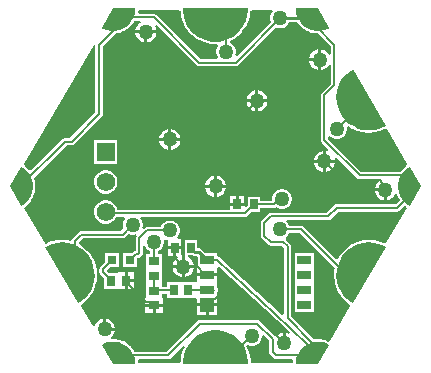
<source format=gbr>
G04*
G04 #@! TF.GenerationSoftware,Altium Limited,Altium Designer,25.8.1 (18)*
G04*
G04 Layer_Physical_Order=1*
G04 Layer_Color=255*
%FSLAX44Y44*%
%MOMM*%
G71*
G04*
G04 #@! TF.SameCoordinates,1A4DDBEB-C1CA-4CE2-9A89-746601BF3F7A*
G04*
G04*
G04 #@! TF.FilePolarity,Positive*
G04*
G01*
G75*
%ADD13C,0.2540*%
%ADD14R,0.8000X0.9500*%
%ADD15R,1.2000X1.2000*%
%ADD16R,0.9500X0.8000*%
%ADD17R,0.6400X0.8900*%
%ADD18R,1.2000X0.8000*%
%ADD19R,0.8000X0.8000*%
G04:AMPARAMS|DCode=20|XSize=1mm|YSize=1mm|CornerRadius=0.5mm|HoleSize=0mm|Usage=FLASHONLY|Rotation=300.000|XOffset=0mm|YOffset=0mm|HoleType=Round|Shape=RoundedRectangle|*
%AMROUNDEDRECTD20*
21,1,1.0000,0.0000,0,0,300.0*
21,1,0.0000,1.0000,0,0,300.0*
1,1,1.0000,0.0000,0.0000*
1,1,1.0000,0.0000,0.0000*
1,1,1.0000,0.0000,0.0000*
1,1,1.0000,0.0000,0.0000*
%
%ADD20ROUNDEDRECTD20*%
G04:AMPARAMS|DCode=21|XSize=1mm|YSize=1mm|CornerRadius=0.5mm|HoleSize=0mm|Usage=FLASHONLY|Rotation=0.000|XOffset=0mm|YOffset=0mm|HoleType=Round|Shape=RoundedRectangle|*
%AMROUNDEDRECTD21*
21,1,1.0000,0.0000,0,0,0.0*
21,1,0.0000,1.0000,0,0,0.0*
1,1,1.0000,0.0000,0.0000*
1,1,1.0000,0.0000,0.0000*
1,1,1.0000,0.0000,0.0000*
1,1,1.0000,0.0000,0.0000*
%
%ADD21ROUNDEDRECTD21*%
G04:AMPARAMS|DCode=22|XSize=1mm|YSize=1mm|CornerRadius=0.5mm|HoleSize=0mm|Usage=FLASHONLY|Rotation=240.000|XOffset=0mm|YOffset=0mm|HoleType=Round|Shape=RoundedRectangle|*
%AMROUNDEDRECTD22*
21,1,1.0000,0.0000,0,0,240.0*
21,1,0.0000,1.0000,0,0,240.0*
1,1,1.0000,0.0000,0.0000*
1,1,1.0000,0.0000,0.0000*
1,1,1.0000,0.0000,0.0000*
1,1,1.0000,0.0000,0.0000*
%
%ADD22ROUNDEDRECTD22*%
%ADD29C,1.5700*%
%ADD30R,1.5700X1.5700*%
%ADD31C,0.2032*%
%ADD32C,1.2700*%
G36*
X86890Y150530D02*
X96320Y134242D01*
X94901Y133371D01*
X91798Y132162D01*
X88529Y131525D01*
X85200Y131480D01*
X81915Y132029D01*
X78781Y133154D01*
X75897Y134819D01*
X73355Y136971D01*
X71238Y139541D01*
X69612Y142448D01*
X68529Y145597D01*
X68025Y148888D01*
X68069Y150553D01*
Y150553D01*
X86890Y150530D01*
D02*
G37*
G36*
X-68025Y148888D02*
X-68529Y145597D01*
X-69612Y142448D01*
X-71238Y139541D01*
X-73355Y136971D01*
X-75897Y134819D01*
X-78781Y133154D01*
X-81915Y132029D01*
X-85200Y131480D01*
X-88529Y131525D01*
X-91798Y132162D01*
X-94901Y133371D01*
X-96320Y134242D01*
Y134242D01*
X-86890Y150530D01*
X-68069Y150553D01*
X-68025Y148888D01*
D02*
G37*
G36*
X27480Y150538D02*
X27520Y148348D01*
X26904Y144010D01*
X25609Y139824D01*
X23669Y135896D01*
X21131Y132324D01*
X18060Y129199D01*
X14534Y126599D01*
X10640Y124590D01*
X6478Y123222D01*
X2152Y122530D01*
X-2230Y122532D01*
X-6556Y123226D01*
X-10717Y124597D01*
X-14609Y126608D01*
X-18134Y129210D01*
X-21203Y132337D01*
X-23738Y135911D01*
X-25676Y139840D01*
X-26968Y144027D01*
X-27581Y148365D01*
X-27541Y150555D01*
X-27541Y150555D01*
X27480Y150538D01*
D02*
G37*
G36*
X-63442Y138469D02*
X-64387Y137924D01*
X-66042Y136269D01*
X-67212Y134241D01*
X-67791Y132080D01*
X-50065D01*
X-50644Y134241D01*
X-51543Y135798D01*
X-50323Y136734D01*
X-16040Y102451D01*
X-15031Y101777D01*
X-13842Y101540D01*
X17018D01*
X18207Y101777D01*
X19216Y102451D01*
X51260Y134495D01*
X51375Y134429D01*
X53506Y133858D01*
X55714D01*
X57845Y134429D01*
X59757Y135533D01*
X61317Y137093D01*
X62345Y138873D01*
X69237D01*
X69430Y138530D01*
X69550Y138388D01*
X69639Y138224D01*
X71756Y135654D01*
X71901Y135536D01*
X72016Y135390D01*
X74558Y133238D01*
X74721Y133148D01*
X74861Y133025D01*
X77745Y131360D01*
X77921Y131300D01*
X78081Y131204D01*
X81215Y130079D01*
X81399Y130052D01*
X81573Y129986D01*
X84858Y129437D01*
X85044Y129443D01*
X85227Y129409D01*
X86649Y129428D01*
X97476Y118601D01*
Y111842D01*
X95952Y111433D01*
X95252Y112647D01*
X93597Y114302D01*
X91569Y115472D01*
X89408Y116051D01*
Y107188D01*
Y98325D01*
X91569Y98904D01*
X93597Y100074D01*
X95252Y101729D01*
X95952Y102943D01*
X97476Y102534D01*
Y86685D01*
X90005Y79214D01*
X89331Y78205D01*
X89094Y77016D01*
Y39116D01*
X89331Y37927D01*
X90005Y36918D01*
X95806Y31117D01*
X95759Y30829D01*
X94029Y29714D01*
X93472Y29864D01*
Y22270D01*
X101065D01*
X100916Y22827D01*
X102030Y24557D01*
X102318Y24605D01*
X119977Y6946D01*
X120985Y6273D01*
X122174Y6036D01*
X138670D01*
X139079Y4512D01*
X138305Y4066D01*
X136650Y2411D01*
X135480Y383D01*
X134901Y-1778D01*
X143764D01*
Y-3048D01*
X145034D01*
Y-11911D01*
X147195Y-11332D01*
X149223Y-10162D01*
X150878Y-8507D01*
X152021Y-6526D01*
X152214Y-6479D01*
X153628Y-6472D01*
X154494Y-8787D01*
X154592Y-8945D01*
X154655Y-9121D01*
X156103Y-11554D01*
X152477Y-15180D01*
X102616D01*
X101427Y-15417D01*
X100419Y-16091D01*
X94217Y-22292D01*
X46990D01*
X45801Y-22529D01*
X44792Y-23203D01*
X39204Y-28791D01*
X38531Y-29799D01*
X38294Y-30988D01*
Y-41910D01*
X38531Y-43099D01*
X39204Y-44107D01*
X44538Y-49441D01*
X45547Y-50115D01*
X46736Y-50352D01*
X56117D01*
X57852Y-52087D01*
Y-108452D01*
X56456Y-109064D01*
X3240Y-59946D01*
X2774Y-59662D01*
X2321Y-59359D01*
X2259Y-59347D01*
X2206Y-59314D01*
X1667Y-59229D01*
X1132Y-59122D01*
X1128D01*
Y-56198D01*
X-8711D01*
X-11983Y-52926D01*
X-13075Y-52196D01*
X-14364Y-51940D01*
X-15488D01*
Y-45390D01*
X-25952D01*
Y-57721D01*
X-26110Y-58465D01*
X-26162Y-58501D01*
Y-66802D01*
X-18569D01*
X-19148Y-64641D01*
X-20318Y-62613D01*
X-21973Y-60958D01*
X-22607Y-60592D01*
X-23094Y-58557D01*
X-22963Y-58354D01*
X-19918D01*
X-19824Y-58417D01*
X-18536Y-58673D01*
X-16120D01*
X-14936Y-59856D01*
Y-67077D01*
X-15444Y-68390D01*
X-15444Y-69576D01*
Y-73660D01*
X-6904D01*
X1636D01*
X1636Y-68998D01*
X3120Y-68294D01*
X61139Y-121844D01*
X62771Y-123475D01*
X61835Y-124695D01*
X61597Y-124558D01*
X59436Y-123979D01*
Y-132842D01*
X56896D01*
Y-123979D01*
X54735Y-124558D01*
X52707Y-125728D01*
X51913Y-126523D01*
X50588Y-127038D01*
X49878Y-126509D01*
X37503Y-114135D01*
X36495Y-113461D01*
X35306Y-113224D01*
X-13208D01*
X-14397Y-113461D01*
X-15405Y-114135D01*
X-41265Y-139993D01*
X-68611D01*
X-69430Y-138530D01*
X-69550Y-138388D01*
X-69639Y-138224D01*
X-71756Y-135654D01*
X-71901Y-135536D01*
X-72016Y-135390D01*
X-74558Y-133238D01*
X-74721Y-133148D01*
X-74861Y-133025D01*
X-77745Y-131360D01*
X-77921Y-131300D01*
X-78081Y-131204D01*
X-81215Y-130079D01*
X-81399Y-130052D01*
X-81573Y-129986D01*
X-84858Y-129437D01*
X-85044Y-129443D01*
X-85227Y-129409D01*
X-87946Y-129445D01*
X-88397Y-128326D01*
X-88432Y-127928D01*
X-86866Y-126363D01*
X-85696Y-124335D01*
X-85117Y-122174D01*
X-93980D01*
Y-120904D01*
X-95250D01*
Y-112041D01*
X-97411Y-112620D01*
X-99439Y-113790D01*
X-101094Y-115445D01*
X-102264Y-117473D01*
X-102495Y-118335D01*
X-104131Y-118550D01*
X-114086Y-101307D01*
X-113772Y-100178D01*
X-113392Y-99651D01*
X-109942Y-96951D01*
X-109834Y-96825D01*
X-109700Y-96728D01*
X-106720Y-93516D01*
X-106633Y-93375D01*
X-106516Y-93258D01*
X-104082Y-89615D01*
X-104019Y-89462D01*
X-103922Y-89328D01*
X-102095Y-85345D01*
X-102057Y-85184D01*
X-101982Y-85037D01*
X-100808Y-80815D01*
X-100796Y-80650D01*
X-100746Y-80493D01*
X-100255Y-76139D01*
X-100268Y-75974D01*
X-100244Y-75810D01*
X-100448Y-71434D01*
X-100488Y-71273D01*
X-100489Y-71107D01*
X-101383Y-66818D01*
X-101448Y-66666D01*
X-101476Y-66503D01*
X-103037Y-62409D01*
X-103125Y-62269D01*
X-103178Y-62112D01*
X-105368Y-58317D01*
X-105477Y-58192D01*
X-105554Y-58046D01*
X-108316Y-54645D01*
X-108444Y-54539D01*
X-108544Y-54407D01*
X-111809Y-51486D01*
X-111952Y-51402D01*
X-112071Y-51287D01*
X-115647Y-48991D01*
X-115741Y-47492D01*
X-112251Y-44002D01*
X-78740D01*
X-77551Y-43765D01*
X-76543Y-43092D01*
X-73776Y-40325D01*
X-73339Y-40577D01*
X-71207Y-41148D01*
X-69001D01*
X-67659Y-40788D01*
X-66956Y-41688D01*
X-66807Y-42138D01*
X-67387Y-43007D01*
X-67624Y-44196D01*
Y-54507D01*
X-68594Y-54700D01*
X-69602Y-55373D01*
X-70886Y-56657D01*
X-78555D01*
Y-68721D01*
X-66491D01*
Y-61052D01*
X-66118Y-60679D01*
X-65953D01*
X-64764Y-60442D01*
X-63755Y-59768D01*
X-62319Y-58331D01*
X-61645Y-57323D01*
X-61408Y-56134D01*
Y-50413D01*
X-59884Y-50212D01*
X-59881Y-50225D01*
X-58777Y-52137D01*
X-57217Y-53697D01*
X-55305Y-54801D01*
X-55178Y-54835D01*
Y-57134D01*
X-58852D01*
Y-68110D01*
X-58852Y-69198D01*
X-58852Y-70722D01*
Y-81698D01*
X-58852D01*
Y-82206D01*
X-58852D01*
Y-94198D01*
X-59360D01*
Y-99468D01*
X-52070D01*
X-44780D01*
Y-94198D01*
X-45288D01*
Y-91246D01*
X-41492D01*
Y-94920D01*
X-30516D01*
X-29428Y-94920D01*
X-27904Y-94920D01*
X-16928D01*
Y-94920D01*
X-15444Y-95017D01*
Y-99060D01*
X-6904D01*
X1636D01*
Y-91790D01*
X1128D01*
Y-90030D01*
X1330Y-89828D01*
X2003Y-88819D01*
X2240Y-87630D01*
X2003Y-86441D01*
X1330Y-85433D01*
X1128Y-85298D01*
Y-82784D01*
X1636Y-81470D01*
X1636Y-80285D01*
Y-76200D01*
X-6904D01*
X-15444D01*
X-15444Y-81259D01*
X-16928Y-81356D01*
X-16968Y-81356D01*
X-27904D01*
X-28992Y-81356D01*
X-30516Y-81356D01*
X-41492D01*
Y-85030D01*
X-45288D01*
Y-82206D01*
X-45288D01*
Y-81698D01*
X-45288D01*
Y-70722D01*
X-45288Y-69634D01*
X-45288Y-68110D01*
Y-57134D01*
X-48962D01*
Y-54835D01*
X-48835Y-54801D01*
X-46923Y-53697D01*
X-45363Y-52137D01*
X-44259Y-50225D01*
X-43688Y-48094D01*
Y-45887D01*
X-43734Y-45715D01*
X-42425Y-44710D01*
X-41589Y-45193D01*
X-40460Y-45496D01*
Y-50602D01*
X-34720D01*
X-28980D01*
Y-44882D01*
X-31845D01*
X-32476Y-43358D01*
X-31647Y-42529D01*
X-30543Y-40617D01*
X-29972Y-38486D01*
Y-36279D01*
X-30543Y-34147D01*
X-31647Y-32236D01*
X-33207Y-30675D01*
X-35119Y-29571D01*
X-37250Y-29000D01*
X-39457D01*
X-41589Y-29571D01*
X-43501Y-30675D01*
X-45061Y-32236D01*
X-46165Y-34147D01*
X-46199Y-34274D01*
X-57702D01*
X-58892Y-34511D01*
X-59900Y-35185D01*
X-60715Y-36000D01*
X-62081Y-35211D01*
X-61722Y-33870D01*
Y-31662D01*
X-62293Y-29531D01*
X-63397Y-27619D01*
X-63524Y-27492D01*
X-62893Y-25968D01*
X24780D01*
X25970Y-25731D01*
X26978Y-25057D01*
X30313Y-21722D01*
X37632D01*
Y-18348D01*
X49183D01*
X50372Y-18111D01*
X51182Y-17570D01*
X51241Y-17629D01*
X53153Y-18733D01*
X55285Y-19304D01*
X57491D01*
X59623Y-18733D01*
X61535Y-17629D01*
X63095Y-16069D01*
X64199Y-14157D01*
X64770Y-12026D01*
Y-9819D01*
X64199Y-7687D01*
X63095Y-5775D01*
X61535Y-4215D01*
X59623Y-3111D01*
X57491Y-2540D01*
X55285D01*
X53153Y-3111D01*
X51241Y-4215D01*
X49681Y-5775D01*
X48577Y-7687D01*
X48006Y-9819D01*
Y-12022D01*
X47896Y-12132D01*
X37632D01*
Y-8758D01*
X27168D01*
Y-16077D01*
X25548Y-17697D01*
X24140Y-17114D01*
Y-16510D01*
X18400D01*
X12660D01*
Y-19752D01*
X-83294D01*
X-83795Y-17883D01*
X-85096Y-15630D01*
X-86936Y-13790D01*
X-89189Y-12489D01*
X-91702Y-11816D01*
X-94304D01*
X-96818Y-12489D01*
X-99071Y-13790D01*
X-100911Y-15630D01*
X-102212Y-17883D01*
X-102885Y-20397D01*
Y-22999D01*
X-102212Y-25512D01*
X-100911Y-27766D01*
X-99071Y-29605D01*
X-96818Y-30906D01*
X-94304Y-31580D01*
X-91702D01*
X-89189Y-30906D01*
X-86936Y-29605D01*
X-85096Y-27766D01*
X-84058Y-25968D01*
X-77315D01*
X-76684Y-27492D01*
X-76811Y-27619D01*
X-77915Y-29531D01*
X-78486Y-31662D01*
Y-33870D01*
X-77984Y-35743D01*
X-80027Y-37786D01*
X-113538D01*
X-114727Y-38023D01*
X-115736Y-38696D01*
X-121069Y-44030D01*
X-121743Y-45039D01*
X-123439Y-46111D01*
X-124615Y-45806D01*
X-124781Y-45797D01*
X-124939Y-45750D01*
X-129301Y-45338D01*
X-129466Y-45355D01*
X-129630Y-45333D01*
X-134002Y-45617D01*
X-134162Y-45659D01*
X-134327Y-45664D01*
X-138600Y-46636D01*
X-138751Y-46703D01*
X-138913Y-46734D01*
X-142978Y-48370D01*
X-143600Y-48455D01*
X-144775Y-48151D01*
X-161816Y-18635D01*
X-161627Y-17134D01*
X-159029Y-15051D01*
X-158909Y-14908D01*
X-158762Y-14794D01*
X-156576Y-12282D01*
X-156483Y-12121D01*
X-156358Y-11982D01*
X-154655Y-9121D01*
X-154592Y-8945D01*
X-154494Y-8787D01*
X-153327Y-5668D01*
X-153297Y-5484D01*
X-153229Y-5311D01*
X-152636Y-2034D01*
X-152639Y-1848D01*
X-152603Y-1665D01*
Y1665D01*
X-152639Y1848D01*
X-152636Y2034D01*
X-153229Y5311D01*
X-153297Y5484D01*
X-153327Y5668D01*
X-153820Y6984D01*
X-126066Y34738D01*
X-121920D01*
X-120731Y34975D01*
X-119722Y35649D01*
X-96355Y59016D01*
X-95681Y60025D01*
X-95444Y61214D01*
Y118601D01*
X-84558Y129487D01*
X-81573Y129986D01*
X-81399Y130052D01*
X-81215Y130079D01*
X-78081Y131204D01*
X-77921Y131300D01*
X-77745Y131360D01*
X-74861Y133025D01*
X-74721Y133148D01*
X-74558Y133238D01*
X-72016Y135390D01*
X-71900Y135536D01*
X-71756Y135654D01*
X-69639Y138224D01*
X-69551Y138388D01*
X-69430Y138530D01*
X-68611Y139993D01*
X-63850D01*
X-63442Y138469D01*
D02*
G37*
G36*
X48450Y147934D02*
X47903Y147387D01*
X46799Y145475D01*
X46228Y143343D01*
Y141137D01*
X46799Y139005D01*
X46865Y138890D01*
X18016Y110041D01*
X16701Y110811D01*
X17272Y112942D01*
Y115149D01*
X16701Y117281D01*
X15597Y119193D01*
X14037Y120753D01*
X12626Y121568D01*
X12526Y123054D01*
X12598Y123269D01*
X15484Y124758D01*
X15613Y124861D01*
X15763Y124931D01*
X19290Y127531D01*
X19402Y127654D01*
X19538Y127747D01*
X22609Y130872D01*
X22700Y131011D01*
X22820Y131124D01*
X25358Y134696D01*
X25426Y134847D01*
X25526Y134978D01*
X27467Y138906D01*
X27510Y139066D01*
X27589Y139212D01*
X28883Y143398D01*
X28900Y143562D01*
X28955Y143719D01*
X29571Y148056D01*
X29902Y148702D01*
X30645Y149458D01*
X47819D01*
X48450Y147934D01*
D02*
G37*
G36*
X-30033Y148790D02*
X-29633Y148075D01*
X-29020Y143737D01*
X-28965Y143581D01*
X-28948Y143416D01*
X-27656Y139229D01*
X-27577Y139083D01*
X-27534Y138924D01*
X-25596Y134994D01*
X-25496Y134863D01*
X-25428Y134712D01*
X-22893Y131138D01*
X-22773Y131025D01*
X-22682Y130886D01*
X-19613Y127759D01*
X-19476Y127666D01*
X-19365Y127543D01*
X-15840Y124941D01*
X-15690Y124871D01*
X-15561Y124768D01*
X-11668Y122756D01*
X-11509Y122710D01*
X-11365Y122629D01*
X-7204Y121258D01*
X-7039Y121238D01*
X-6884Y121181D01*
X-2558Y120486D01*
X-2393Y120492D01*
X-2230Y120460D01*
X1294Y120459D01*
X1729Y119839D01*
X2034Y118934D01*
X1079Y117281D01*
X508Y115149D01*
Y112942D01*
X1079Y110811D01*
X1963Y109280D01*
X1360Y107756D01*
X-12555D01*
X-50098Y145298D01*
X-51106Y145972D01*
X-52295Y146209D01*
X-64867D01*
X-65924Y147420D01*
X-65753Y148736D01*
X-64756Y149458D01*
X-30688D01*
X-30033Y148790D01*
D02*
G37*
G36*
X144082Y51421D02*
X142205Y50292D01*
X138140Y48656D01*
X133868Y47684D01*
X129496Y47400D01*
X125134Y47812D01*
X120892Y48909D01*
X116877Y50663D01*
X113190Y53031D01*
X109925Y55951D01*
X107162Y59352D01*
X104973Y63147D01*
X103411Y67241D01*
X102517Y71530D01*
X102313Y75907D01*
X102804Y80260D01*
X103978Y84482D01*
X105805Y88464D01*
X108239Y92107D01*
X111219Y95319D01*
X114669Y98019D01*
X116586Y99079D01*
X116586D01*
X144082Y51421D01*
D02*
G37*
G36*
X115758Y48920D02*
X115912Y48859D01*
X116048Y48765D01*
X120062Y47011D01*
X120224Y46975D01*
X120373Y46903D01*
X124615Y45806D01*
X124780Y45797D01*
X124939Y45750D01*
X129301Y45338D01*
X129466Y45355D01*
X129630Y45333D01*
X134002Y45617D01*
X134162Y45659D01*
X134327Y45664D01*
X138600Y46636D01*
X138751Y46703D01*
X138913Y46734D01*
X142978Y48370D01*
X143601Y48454D01*
X144775Y48151D01*
X161816Y18635D01*
X161627Y17134D01*
X159029Y15051D01*
X158909Y14908D01*
X158762Y14794D01*
X156575Y12282D01*
X156507Y12162D01*
X156055Y12252D01*
X123461D01*
X95310Y40403D01*
Y42065D01*
X96834Y42696D01*
X97723Y41807D01*
X99635Y40703D01*
X101767Y40132D01*
X103974D01*
X106105Y40703D01*
X108017Y41807D01*
X109577Y43367D01*
X110681Y45279D01*
X111252Y47410D01*
Y49618D01*
X111116Y50126D01*
X111217Y50280D01*
X111276Y50350D01*
X112447Y51046D01*
X115758Y48920D01*
D02*
G37*
G36*
X-101766Y119898D02*
X-101660Y119782D01*
Y62501D01*
X-123207Y40954D01*
X-127353D01*
X-128542Y40717D01*
X-129551Y40044D01*
X-156128Y13466D01*
X-157651Y13519D01*
X-158762Y14794D01*
X-158909Y14908D01*
X-159029Y15051D01*
X-161627Y17134D01*
X-161816Y18635D01*
X-103307Y119977D01*
X-101766Y119898D01*
D02*
G37*
G36*
X173778Y0D02*
X164387Y-16311D01*
X162923Y-15517D01*
X160324Y-13434D01*
X158138Y-10922D01*
X156435Y-8061D01*
X155268Y-4942D01*
X154675Y-1665D01*
Y1665D01*
X155268Y4942D01*
X156435Y8061D01*
X158138Y10922D01*
X160324Y13434D01*
X162923Y15517D01*
X164387Y16310D01*
X164387D01*
X173778Y0D01*
D02*
G37*
G36*
X-162923Y15517D02*
X-160324Y13434D01*
X-158139Y10922D01*
X-156435Y8061D01*
X-155268Y4942D01*
X-154675Y1665D01*
Y-1665D01*
X-155268Y-4942D01*
X-156435Y-8061D01*
X-158139Y-10922D01*
X-160324Y-13434D01*
X-162923Y-15517D01*
X-164387Y-16311D01*
Y-16310D01*
X-173778Y0D01*
X-164387Y16310D01*
X-162923Y15517D01*
D02*
G37*
G36*
X161627Y-17134D02*
X161816Y-18635D01*
X144744Y-48204D01*
X143872Y-48429D01*
X143025Y-48425D01*
X138961Y-46787D01*
X138799Y-46757D01*
X138648Y-46689D01*
X134376Y-45714D01*
X134211Y-45710D01*
X134051Y-45667D01*
X129679Y-45381D01*
X129514Y-45402D01*
X129350Y-45385D01*
X124987Y-45794D01*
X124829Y-45842D01*
X124664Y-45851D01*
X120421Y-46945D01*
X120272Y-47017D01*
X120110Y-47052D01*
X116094Y-48804D01*
X115958Y-48898D01*
X115804Y-48959D01*
X112116Y-51324D01*
X111997Y-51439D01*
X111854Y-51523D01*
X108587Y-54441D01*
X108487Y-54574D01*
X108359Y-54679D01*
X105595Y-58078D01*
X105518Y-58225D01*
X105408Y-58349D01*
X103689Y-61325D01*
X101912Y-61643D01*
X101848Y-61618D01*
X101805Y-61596D01*
X74587Y-34378D01*
X73579Y-33705D01*
X72390Y-33468D01*
X62455D01*
X62421Y-33341D01*
X61317Y-31429D01*
X59920Y-30032D01*
X60024Y-29342D01*
X60447Y-28508D01*
X95504D01*
X96693Y-28271D01*
X97702Y-27597D01*
X103903Y-21396D01*
X152714D01*
X153590Y-21570D01*
X154780Y-21333D01*
X155788Y-20660D01*
X160343Y-16105D01*
X161627Y-17134D01*
D02*
G37*
G36*
X-125134Y-47812D02*
X-120892Y-48909D01*
X-116877Y-50663D01*
X-113190Y-53031D01*
X-109925Y-55951D01*
X-107162Y-59352D01*
X-104973Y-63147D01*
X-103411Y-67241D01*
X-102517Y-71530D01*
X-102313Y-75907D01*
X-102804Y-80260D01*
X-103978Y-84482D01*
X-105805Y-88464D01*
X-108239Y-92107D01*
X-111219Y-95319D01*
X-114669Y-98019D01*
X-116586Y-99079D01*
Y-99079D01*
X-144082Y-51421D01*
X-142205Y-50292D01*
X-138140Y-48656D01*
X-133868Y-47684D01*
X-129496Y-47401D01*
X-125134Y-47812D01*
D02*
G37*
G36*
X133915Y-47734D02*
X138187Y-48709D01*
X142250Y-50347D01*
X144127Y-51477D01*
X116601Y-99118D01*
X114685Y-98057D01*
X111236Y-95355D01*
X108258Y-92141D01*
X105827Y-88497D01*
X104002Y-84513D01*
X102831Y-80291D01*
X102343Y-75937D01*
X102550Y-71561D01*
X103446Y-67272D01*
X105010Y-63179D01*
X107202Y-59386D01*
X109967Y-55987D01*
X113234Y-53068D01*
X116922Y-50703D01*
X120938Y-48951D01*
X125181Y-47857D01*
X129543Y-47448D01*
X133915Y-47734D01*
D02*
G37*
G36*
X100873Y-69454D02*
X100522Y-71137D01*
X100520Y-71302D01*
X100480Y-71463D01*
X100273Y-75839D01*
X100298Y-76003D01*
X100284Y-76168D01*
X100772Y-80522D01*
X100822Y-80680D01*
X100835Y-80845D01*
X102006Y-85067D01*
X102080Y-85215D01*
X102119Y-85376D01*
X103943Y-89359D01*
X104040Y-89493D01*
X104103Y-89646D01*
X106535Y-93291D01*
X106652Y-93408D01*
X106739Y-93549D01*
X109716Y-96763D01*
X109850Y-96860D01*
X109958Y-96986D01*
X113407Y-99688D01*
X113806Y-100318D01*
X114082Y-101313D01*
X97036Y-130838D01*
X95653Y-131441D01*
X92550Y-130232D01*
X92367Y-130199D01*
X92194Y-130129D01*
X88926Y-129492D01*
X88740Y-129493D01*
X88557Y-129454D01*
X85227Y-129409D01*
X85044Y-129443D01*
X84858Y-129437D01*
X83511Y-129662D01*
X64068Y-110219D01*
Y-50800D01*
X63831Y-49611D01*
X63158Y-48602D01*
X59656Y-45101D01*
X59602Y-45035D01*
X59729Y-43299D01*
X59757Y-43283D01*
X61317Y-41723D01*
X62421Y-39811D01*
X62455Y-39684D01*
X71103D01*
X100873Y-69454D01*
D02*
G37*
G36*
X45152Y-130573D02*
Y-140208D01*
X45389Y-141397D01*
X46062Y-142406D01*
X48956Y-145299D01*
X49964Y-145972D01*
X51153Y-146209D01*
X64866D01*
X65923Y-147421D01*
X65753Y-148736D01*
X64757Y-149458D01*
X30712D01*
X29644Y-148371D01*
X29653Y-147923D01*
X29623Y-147760D01*
X29633Y-147595D01*
X29020Y-143257D01*
X28965Y-143100D01*
X28948Y-142936D01*
X27656Y-138749D01*
X27577Y-138603D01*
X27534Y-138444D01*
X25928Y-135185D01*
X26994Y-134119D01*
X27753Y-134557D01*
X29885Y-135128D01*
X32092D01*
X34223Y-134557D01*
X36135Y-133453D01*
X37695Y-131893D01*
X38799Y-129981D01*
X39370Y-127850D01*
Y-126946D01*
X40894Y-126315D01*
X45152Y-130573D01*
D02*
G37*
G36*
X-26212Y-135886D02*
X-27467Y-138426D01*
X-27510Y-138586D01*
X-27589Y-138732D01*
X-28883Y-142918D01*
X-28900Y-143082D01*
X-28955Y-143239D01*
X-29571Y-147576D01*
X-29562Y-147742D01*
X-29591Y-147905D01*
X-29583Y-148371D01*
X-30651Y-149458D01*
X-64757D01*
X-65753Y-148736D01*
X-65923Y-147421D01*
X-64866Y-146209D01*
X-39977D01*
X-38788Y-145972D01*
X-37780Y-145299D01*
X-27467Y-134986D01*
X-26212Y-135886D01*
D02*
G37*
G36*
X2230Y-122052D02*
X6556Y-122746D01*
X10717Y-124117D01*
X14609Y-126128D01*
X18134Y-128730D01*
X21203Y-131857D01*
X23738Y-135431D01*
X25676Y-139360D01*
X26968Y-143547D01*
X27581Y-147885D01*
X27541Y-150075D01*
X-27480Y-150058D01*
X-27520Y-147868D01*
X-26904Y-143530D01*
X-25609Y-139344D01*
X-23669Y-135416D01*
X-21131Y-131844D01*
X-18061Y-128719D01*
X-14534Y-126119D01*
X-10640Y-124110D01*
X-6478Y-122742D01*
X-2152Y-122050D01*
X2230Y-122052D01*
D02*
G37*
G36*
X88529Y-131525D02*
X91798Y-132162D01*
X94901Y-133371D01*
X96320Y-134242D01*
X86890Y-150530D01*
X68069Y-150553D01*
X68025Y-148889D01*
X68529Y-145597D01*
X69612Y-142448D01*
X71238Y-139541D01*
X73355Y-136971D01*
X75897Y-134819D01*
X78781Y-133154D01*
X81915Y-132029D01*
X85200Y-131481D01*
X88529Y-131525D01*
D02*
G37*
G36*
X-81915Y-132029D02*
X-78781Y-133154D01*
X-75897Y-134819D01*
X-73355Y-136971D01*
X-71238Y-139541D01*
X-69612Y-142448D01*
X-68529Y-145597D01*
X-68025Y-148889D01*
X-68069Y-150553D01*
X-86890Y-150530D01*
X-96320Y-134242D01*
X-94901Y-133371D01*
X-91798Y-132162D01*
X-88529Y-131525D01*
X-85200Y-131481D01*
X-81915Y-132029D01*
D02*
G37*
%LPC*%
G36*
X-50065Y129540D02*
X-57658D01*
Y121947D01*
X-55497Y122526D01*
X-53469Y123696D01*
X-51814Y125351D01*
X-50644Y127379D01*
X-50065Y129540D01*
D02*
G37*
G36*
X-60198D02*
X-67791D01*
X-67212Y127379D01*
X-66042Y125351D01*
X-64387Y123696D01*
X-62359Y122526D01*
X-60198Y121947D01*
Y129540D01*
D02*
G37*
G36*
X86868Y116051D02*
X84707Y115472D01*
X82679Y114302D01*
X81024Y112647D01*
X79854Y110619D01*
X79275Y108458D01*
X86868D01*
Y116051D01*
D02*
G37*
G36*
Y105918D02*
X79275D01*
X79854Y103757D01*
X81024Y101729D01*
X82679Y100074D01*
X84707Y98904D01*
X86868Y98325D01*
Y105918D01*
D02*
G37*
G36*
X36390Y81297D02*
Y73704D01*
X43983D01*
X43404Y75866D01*
X42234Y77893D01*
X40578Y79548D01*
X38551Y80718D01*
X36390Y81297D01*
D02*
G37*
G36*
X33850D02*
X31688Y80718D01*
X29661Y79548D01*
X28006Y77893D01*
X26836Y75866D01*
X26257Y73704D01*
X33850D01*
Y81297D01*
D02*
G37*
G36*
X43983Y71164D02*
X36390D01*
Y63571D01*
X38551Y64150D01*
X40578Y65320D01*
X42234Y66975D01*
X43404Y69003D01*
X43983Y71164D01*
D02*
G37*
G36*
X33850D02*
X26257D01*
X26836Y69003D01*
X28006Y66975D01*
X29661Y65320D01*
X31688Y64150D01*
X33850Y63571D01*
Y71164D01*
D02*
G37*
G36*
X-37338Y48487D02*
Y40894D01*
X-29745D01*
X-30324Y43055D01*
X-31494Y45083D01*
X-33149Y46738D01*
X-35177Y47908D01*
X-37338Y48487D01*
D02*
G37*
G36*
X-39878D02*
X-42039Y47908D01*
X-44067Y46738D01*
X-45722Y45083D01*
X-46892Y43055D01*
X-47471Y40894D01*
X-39878D01*
Y48487D01*
D02*
G37*
G36*
X-29745Y38354D02*
X-37338D01*
Y30761D01*
X-35177Y31340D01*
X-33149Y32510D01*
X-31494Y34165D01*
X-30324Y36193D01*
X-29745Y38354D01*
D02*
G37*
G36*
X-39878D02*
X-47471D01*
X-46892Y36193D01*
X-45722Y34165D01*
X-44067Y32510D01*
X-42039Y31340D01*
X-39878Y30761D01*
Y38354D01*
D02*
G37*
G36*
X90932Y29864D02*
X88771Y29284D01*
X86743Y28114D01*
X85088Y26459D01*
X83918Y24432D01*
X83339Y22270D01*
X90932D01*
Y29864D01*
D02*
G37*
G36*
X-83121Y38984D02*
X-102885D01*
Y19220D01*
X-83121D01*
Y38984D01*
D02*
G37*
G36*
X101065Y19730D02*
X93472D01*
Y12137D01*
X95633Y12716D01*
X97661Y13886D01*
X99316Y15542D01*
X100486Y17569D01*
X101065Y19730D01*
D02*
G37*
G36*
X90932D02*
X83339D01*
X83918Y17569D01*
X85088Y15542D01*
X86743Y13886D01*
X88771Y12716D01*
X90932Y12137D01*
Y19730D01*
D02*
G37*
G36*
X1270Y8863D02*
Y1270D01*
X8863D01*
X8284Y3431D01*
X7114Y5458D01*
X5458Y7114D01*
X3431Y8284D01*
X1270Y8863D01*
D02*
G37*
G36*
X-1270D02*
X-3432Y8284D01*
X-5459Y7114D01*
X-7114Y5458D01*
X-8284Y3431D01*
X-8863Y1270D01*
X-1270D01*
Y8863D01*
D02*
G37*
G36*
X-91702Y13584D02*
X-94304D01*
X-96818Y12911D01*
X-99071Y11610D01*
X-100911Y9770D01*
X-102212Y7516D01*
X-102885Y5003D01*
Y2401D01*
X-102212Y-112D01*
X-100911Y-2366D01*
X-99071Y-4205D01*
X-96818Y-5506D01*
X-94304Y-6180D01*
X-91702D01*
X-89189Y-5506D01*
X-86936Y-4205D01*
X-85096Y-2366D01*
X-83795Y-112D01*
X-83121Y2401D01*
Y5003D01*
X-83795Y7516D01*
X-85096Y9770D01*
X-86936Y11610D01*
X-89189Y12911D01*
X-91702Y13584D01*
D02*
G37*
G36*
X8863Y-1270D02*
X1270D01*
Y-8863D01*
X3431Y-8284D01*
X5458Y-7114D01*
X7114Y-5459D01*
X8284Y-3432D01*
X8863Y-1270D01*
D02*
G37*
G36*
X-1270D02*
X-8863D01*
X-8284Y-3432D01*
X-7114Y-5459D01*
X-5459Y-7114D01*
X-3432Y-8284D01*
X-1270Y-8863D01*
Y-1270D01*
D02*
G37*
G36*
X142494Y-4318D02*
X134901D01*
X135480Y-6479D01*
X136650Y-8507D01*
X138305Y-10162D01*
X140333Y-11332D01*
X142494Y-11911D01*
Y-4318D01*
D02*
G37*
G36*
X24140Y-8250D02*
X19670D01*
Y-13970D01*
X24140D01*
Y-8250D01*
D02*
G37*
G36*
X17130D02*
X12660D01*
Y-13970D01*
X17130D01*
Y-8250D01*
D02*
G37*
G36*
X-35990Y-53142D02*
X-40460D01*
Y-58862D01*
X-35990D01*
Y-53142D01*
D02*
G37*
G36*
X-28980D02*
X-33450D01*
Y-58862D01*
X-32308D01*
X-31900Y-60386D01*
X-32891Y-60958D01*
X-34546Y-62613D01*
X-35716Y-64641D01*
X-36295Y-66802D01*
X-28702D01*
Y-58794D01*
X-28980Y-57712D01*
Y-53142D01*
D02*
G37*
G36*
X-18569Y-69342D02*
X-26162D01*
Y-76935D01*
X-24001Y-76356D01*
X-21973Y-75186D01*
X-20318Y-73531D01*
X-19148Y-71503D01*
X-18569Y-69342D01*
D02*
G37*
G36*
X-28702D02*
X-36295D01*
X-35716Y-71503D01*
X-34546Y-73531D01*
X-32891Y-75186D01*
X-30863Y-76356D01*
X-28702Y-76935D01*
Y-69342D01*
D02*
G37*
G36*
X-69252Y-72720D02*
X-74522D01*
Y-78740D01*
X-69252D01*
Y-72720D01*
D02*
G37*
G36*
Y-81280D02*
X-74522D01*
Y-87300D01*
X-69252D01*
Y-81280D01*
D02*
G37*
G36*
X-81491Y-56657D02*
X-93555D01*
Y-64326D01*
X-97448Y-68218D01*
X-98121Y-69226D01*
X-98358Y-70416D01*
Y-72302D01*
X-98121Y-73491D01*
X-97448Y-74500D01*
X-94324Y-77623D01*
Y-86792D01*
X-82332D01*
Y-87300D01*
X-77062D01*
Y-80010D01*
Y-72720D01*
X-82332D01*
Y-73228D01*
X-89929D01*
X-91798Y-71359D01*
X-89160Y-68721D01*
X-81491D01*
Y-56657D01*
D02*
G37*
G36*
X-44780Y-102008D02*
X-50800D01*
Y-107278D01*
X-44780D01*
Y-102008D01*
D02*
G37*
G36*
X-53340D02*
X-59360D01*
Y-107278D01*
X-53340D01*
Y-102008D01*
D02*
G37*
G36*
X1636Y-101600D02*
X-5634D01*
Y-108870D01*
X1636D01*
Y-101600D01*
D02*
G37*
G36*
X-8174D02*
X-15444D01*
Y-108870D01*
X-8174D01*
Y-101600D01*
D02*
G37*
G36*
X-92710Y-112041D02*
Y-119634D01*
X-85117D01*
X-85696Y-117473D01*
X-86866Y-115445D01*
X-88521Y-113790D01*
X-90549Y-112620D01*
X-92710Y-112041D01*
D02*
G37*
G36*
X83127Y-56198D02*
X67063D01*
Y-67374D01*
X67063Y-68262D01*
X67063Y-69786D01*
Y-80074D01*
X67063Y-80962D01*
X67063Y-82486D01*
Y-92774D01*
X67063Y-93662D01*
X67063Y-95186D01*
Y-106362D01*
X83127D01*
Y-95186D01*
X83127Y-94298D01*
X83127Y-92774D01*
Y-82486D01*
X83127Y-81598D01*
X83127Y-80074D01*
Y-69786D01*
X83127Y-68898D01*
X83127Y-67374D01*
Y-56198D01*
D02*
G37*
%LPD*%
D13*
X54610Y142240D02*
X71120D01*
X-14364Y-55306D02*
X-7440Y-62230D01*
X-18536Y-55306D02*
X-14364D01*
D14*
X-88292Y-80010D02*
D03*
X-75792D02*
D03*
X-35460Y-88138D02*
D03*
X-22960D02*
D03*
D15*
X-6904Y-100330D02*
D03*
D16*
X-52070Y-100738D02*
D03*
Y-63166D02*
D03*
Y-75666D02*
D03*
Y-88238D02*
D03*
D17*
X-34720Y-51872D02*
D03*
X18400Y-15240D02*
D03*
X32400D02*
D03*
X-20720Y-51872D02*
D03*
D18*
X-6904Y-74930D02*
D03*
Y-62230D02*
D03*
Y-87630D02*
D03*
X75096Y-62230D02*
D03*
Y-74930D02*
D03*
Y-87630D02*
D03*
Y-100330D02*
D03*
D19*
X-87523Y-62689D02*
D03*
X-72523D02*
D03*
D20*
X123901Y-71601D02*
D03*
X82601Y-143101D02*
D03*
X-82601Y143101D02*
D03*
D21*
X123901Y71501D02*
D03*
X-123901Y-71501D02*
D03*
X165199Y-0D02*
D03*
X-165199D02*
D03*
D22*
X-0Y-142621D02*
D03*
Y143101D02*
D03*
X82601D02*
D03*
X-82601Y-143101D02*
D03*
D29*
X-93003Y3702D02*
D03*
Y-21698D02*
D03*
D30*
Y29102D02*
D03*
D31*
X-57702Y-37382D02*
X-38354D01*
X-52070Y-63166D02*
Y-46990D01*
X-64516Y-44196D02*
X-57702Y-37382D01*
X-27432Y-68072D02*
X-27178Y-67818D01*
X-16016D01*
X-8904Y-74930D01*
X-6904D01*
X-34720Y-60784D02*
X-27432Y-68072D01*
X-34720Y-60784D02*
Y-51872D01*
X-67405Y-57571D02*
X-65953D01*
X-72523Y-62689D02*
X-67405Y-57571D01*
X-65953D02*
X-64516Y-56134D01*
X-52070Y-63166D02*
X-52070Y-63166D01*
X-64516Y-56134D02*
Y-44196D01*
X-7312Y-100738D02*
X-6904Y-100330D01*
X-52070Y-100738D02*
X-7312D01*
X-55054Y-97754D02*
X-52070Y-100738D01*
X-58798Y-97754D02*
X-55054D01*
X-75792Y-80760D02*
X-58798Y-97754D01*
X-75792Y-80760D02*
Y-80010D01*
X-6904Y-100330D02*
X-1920Y-95346D01*
X-310D01*
X8128Y-86908D01*
Y-82042D01*
X1016Y-74930D02*
X8128Y-82042D01*
X-6904Y-74930D02*
X1016D01*
X88138Y37433D02*
Y107188D01*
Y37433D02*
X92202Y33369D01*
Y21000D02*
Y33369D01*
X143764Y-3048D02*
Y-161D01*
X139954Y3649D02*
X143764Y-161D01*
X139954Y3649D02*
Y5080D01*
X108122D02*
X139954D01*
X92202Y21000D02*
X108122Y5080D01*
X122174Y9144D02*
X156055D01*
X92202Y39116D02*
X122174Y9144D01*
X18400Y-15240D02*
Y-13990D01*
X-36567Y37583D02*
X-33173D01*
X-38608Y39624D02*
X-36567Y37583D01*
X24780Y-22860D02*
X32400Y-15240D01*
X-91841Y-22860D02*
X24780D01*
X-93003Y-21698D02*
X-91841Y-22860D01*
X32400Y-15240D02*
X49183D01*
X-38608Y39624D02*
X2310D01*
X35120Y72434D01*
X-88292Y-80010D02*
Y-79260D01*
X-95250Y-72302D02*
X-88292Y-79260D01*
X-95250Y-72302D02*
Y-70416D01*
X-87523Y-62689D01*
X-6904Y-100330D02*
X30480D01*
X37338Y-107188D01*
Y-112014D02*
Y-107188D01*
Y-112014D02*
X58166Y-132842D01*
X-113538Y-40894D02*
X-78740D01*
X-70612Y-32766D01*
X-118872Y-46228D02*
X-113538Y-40894D01*
X54610Y-36576D02*
X72390D01*
X105156Y-69342D01*
X102870Y48514D02*
X111506Y57150D01*
X112522D01*
X29972Y-126746D02*
X30988D01*
X21336Y-135382D02*
X29972Y-126746D01*
X-118872Y-53848D02*
Y-46228D01*
X-70612Y-32766D02*
X-70104D01*
X8636Y114300D02*
X8890Y114046D01*
X8636Y114300D02*
Y123444D01*
X5588Y126492D02*
X8636Y123444D01*
X49183Y-15240D02*
X53501Y-10922D01*
X56388D01*
X156055Y9144D02*
X165199Y-0D01*
X164004Y-1195D02*
X165199Y-0D01*
X164004Y-8048D02*
Y-1195D01*
X153590Y-18462D02*
X164004Y-8048D01*
X153416Y-18288D02*
X153590Y-18462D01*
X102616Y-18288D02*
X153416D01*
X95504Y-25400D02*
X102616Y-18288D01*
X46990Y-25400D02*
X95504D01*
X63293Y-119602D02*
X63506Y-119799D01*
X63293Y-119602D02*
X79072Y-135382D01*
X1132Y-62230D02*
X63293Y-119602D01*
X51153Y-143101D02*
X82601D01*
X48260Y-140208D02*
X51153Y-143101D01*
X48260Y-140208D02*
Y-129286D01*
X35306Y-116332D02*
X48260Y-129286D01*
X-13208Y-116332D02*
X35306D01*
X79072Y-135382D02*
X80010D01*
X75850Y-136400D02*
X76627Y-137176D01*
X75698Y-136135D02*
X75850Y-136400D01*
X60960Y-111506D02*
X82005Y-132551D01*
X82601Y-137668D02*
Y-133147D01*
X82005Y-132551D02*
X82601Y-133147D01*
X60960Y-111506D02*
Y-50800D01*
X-868Y-62230D02*
X1132D01*
X76627Y-137176D02*
X79727Y-137668D01*
X82601Y-137668D01*
X57404Y-47244D02*
X60960Y-50800D01*
X-39977Y-143101D02*
X-13208Y-116332D01*
X-82601Y-143101D02*
X-39977D01*
X92202Y39116D02*
Y77016D01*
X82601Y-143101D02*
Y-137668D01*
Y140945D02*
X85082Y138463D01*
X82601Y140945D02*
Y143101D01*
X85082Y135390D02*
Y138463D01*
X100584Y85398D02*
Y119888D01*
X85082Y135390D02*
X100584Y119888D01*
X92202Y77016D02*
X100584Y85398D01*
X46736Y-47244D02*
X57404D01*
X-82601Y143101D02*
X-52295D01*
X-82601Y140945D02*
Y143101D01*
X-52295D02*
X-13842Y104648D01*
X17018D02*
X54610Y142240D01*
X-85083Y138463D02*
X-82601Y140945D01*
X-13842Y104648D02*
X17018D01*
X-85083Y133357D02*
Y138463D01*
X-98552Y61214D02*
Y119888D01*
X-85083Y133357D01*
X-121920Y37846D02*
X-98552Y61214D01*
X-127353Y37846D02*
X-121920D01*
X-165199Y-0D02*
X-127353Y37846D01*
X41402Y-30988D02*
X46990Y-25400D01*
X41402Y-41910D02*
Y-30988D01*
Y-41910D02*
X46736Y-47244D01*
X-20720Y-53122D02*
X-18536Y-55306D01*
X-20720Y-53122D02*
Y-51872D01*
X-1376Y-88138D02*
X-868Y-87630D01*
X-22960Y-88138D02*
X-1376D01*
X-52070Y-88238D02*
X-51970Y-88138D01*
X-35460D01*
X-52070Y-88238D02*
Y-75666D01*
D32*
X-0Y-0D02*
D03*
X-52070Y-46990D02*
D03*
X-27432Y-68072D02*
D03*
X-38354Y-37382D02*
D03*
X-38608Y39624D02*
D03*
X-93980Y-120904D02*
D03*
X35120Y72434D02*
D03*
X88138Y107188D02*
D03*
X92202Y21000D02*
D03*
X58166Y-132842D02*
D03*
X-58928Y130810D02*
D03*
X143764Y-3048D02*
D03*
X54610Y-36576D02*
D03*
X102870Y48514D02*
D03*
X30988Y-126746D02*
D03*
X-70104Y-32766D02*
D03*
X8890Y114046D02*
D03*
X56388Y-10922D02*
D03*
X54610Y142240D02*
D03*
M02*

</source>
